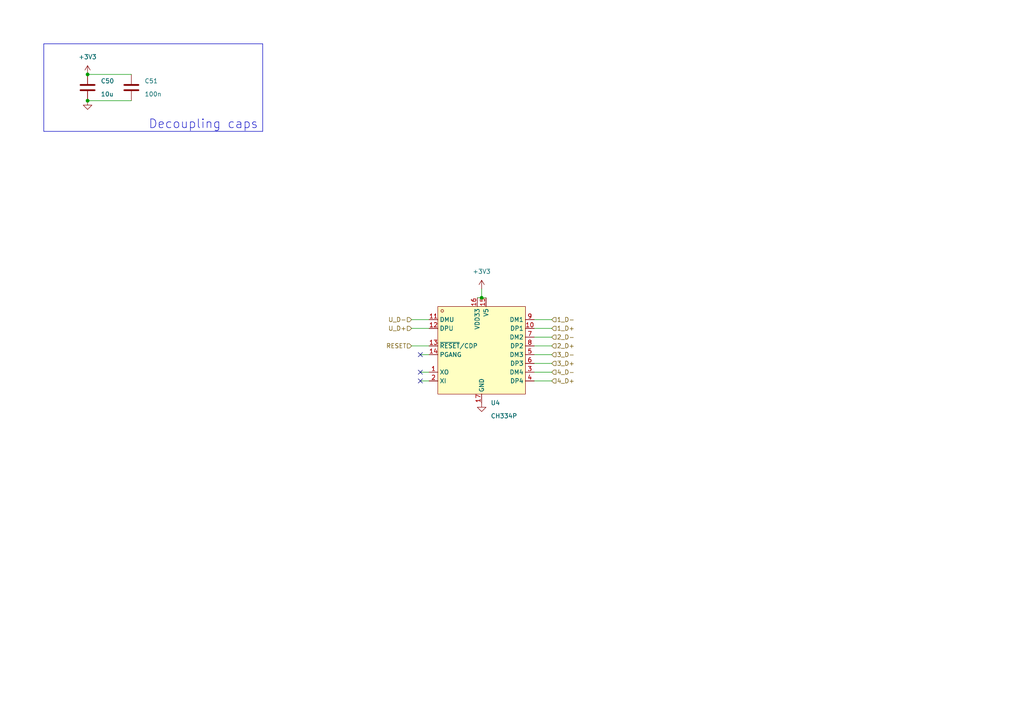
<source format=kicad_sch>
(kicad_sch (version 20250114) (generator "eeschema") (generator_version "9.0")
  (paper "A4")
  (lib_symbols
    (symbol "Device:C" (pin_numbers (hide yes)) (pin_names (offset 0.254))
      (property "Reference" "C" (at 0.635 2.54 0))
      (property "Value" "C" (at 0.635 -2.54 0))
      (symbol "C_0_1"
        (polyline (pts (xy -2.032 0.762) (xy 2.032 0.762)) (stroke (width 0.508)))
        (polyline (pts (xy -2.032 -0.762) (xy 2.032 -0.762)) (stroke (width 0.508)))
      )
      (symbol "C_1_1"
        (pin passive line (at 0 3.81 270) (length 2.794) (name "~") (number "1"))
        (pin passive line (at 0 -3.81 90) (length 2.794) (name "~") (number "2"))
      )
    )
    (symbol "easyeda2kicad:CH334P"
      (property "Reference" "U" (at -11.938 14.224 0))
      (property "Value" "CH334P" (at 9.144 13.97 0))
      (symbol "CH334P_0_1"
        (rectangle (start -12.7 12.7) (end 12.7 -12.7) (fill (type background)))
        (circle (center -11.43 11.43) (radius 0.38))
        (pin bidirectional line (at -15.24 8.89 0) (length 2.54) (name "DMU") (number "11"))
        (pin bidirectional line (at -15.24 6.35 0) (length 2.54) (name "DPU") (number "12"))
        (pin input line (at -15.24 1.27 0) (length 2.54) (name "~{RESET}/CDP") (number "13"))
        (pin input line (at -15.24 -1.27 0) (length 2.54) (name "PGANG") (number "14"))
        (pin output line (at -15.24 -6.35 0) (length 2.54) (name "XO") (number "1"))
        (pin input line (at -15.24 -8.89 0) (length 2.54) (name "XI") (number "2"))
        (pin power_in line (at -1.27 15.24 270) (length 2.54) (name "VDD33") (number "16"))
        (pin power_in line (at 0 -15.24 90) (length 2.54) (name "GND") (number "17"))
        (pin power_in line (at 1.27 15.24 270) (length 2.54) (name "V5") (number "15"))
        (pin bidirectional line (at 15.24 8.89 180) (length 2.54) (name "DM1") (number "9"))
        (pin bidirectional line (at 15.24 6.35 180) (length 2.54) (name "DP1") (number "10"))
        (pin bidirectional line (at 15.24 3.81 180) (length 2.54) (name "DM2") (number "7"))
        (pin bidirectional line (at 15.24 1.27 180) (length 2.54) (name "DP2") (number "8"))
        (pin bidirectional line (at 15.24 -1.27 180) (length 2.54) (name "DM3") (number "5"))
        (pin bidirectional line (at 15.24 -3.81 180) (length 2.54) (name "DP3") (number "6"))
        (pin bidirectional line (at 15.24 -6.35 180) (length 2.54) (name "DM4") (number "3"))
        (pin bidirectional line (at 15.24 -8.89 180) (length 2.54) (name "DP4") (number "4"))
      )
    )
    (symbol "power:+3V3" (power) (pin_numbers (hide yes)) (pin_names (offset 0) (hide yes))
      (property "Value" "+3V3" (at 0 3.556 0))
      (symbol "+3V3_0_1"
        (polyline (pts (xy -0.762 1.27) (xy 0 2.54)))
        (polyline (pts (xy 0 2.54) (xy 0.762 1.27)))
        (polyline (pts (xy 0 0) (xy 0 2.54)))
      )
      (symbol "+3V3_1_1"
        (pin power_in line (at 0 0 90) (length 0) (name "~") (number "1"))
      )
    )
    (symbol "power:GND" (power) (pin_numbers (hide yes)) (pin_names (offset 0) (hide yes))
      (property "Value" "GND" (at 0 -3.81 0))
      (symbol "GND_0_1"
        (polyline (pts (xy 0 0) (xy 0 -1.27) (xy 1.27 -1.27) (xy 0 -2.54) (xy -1.27 -1.27) (xy 0 -1.27)))
      )
      (symbol "GND_1_1"
        (pin power_in line (at 0 0 270) (length 0) (name "~") (number "1"))
      )
    )
  )
  (text "Decoupling caps" (at 74.93 37.592 0) (effects (font (size 2.54 2.54)) (justify right bottom)))
  (junction (at 25.4 29.21))
  (junction (at 25.4 21.59))
  (junction (at 139.7 86.36))
  (no_connect (at 121.92 107.95))
  (no_connect (at 121.92 102.87))
  (no_connect (at 121.92 110.49))
  (wire (pts (xy 25.4 21.59) (xy 38.1 21.59)))
  (wire (pts (xy 160.02 105.41) (xy 154.94 105.41)))
  (wire (pts (xy 138.43 86.36) (xy 139.7 86.36)))
  (polyline (pts (xy 12.7 12.7) (xy 76.2 12.7)))
  (wire (pts (xy 119.38 95.25) (xy 124.46 95.25)))
  (wire (pts (xy 160.02 107.95) (xy 154.94 107.95)))
  (wire (pts (xy 25.4 29.21) (xy 38.1 29.21)))
  (polyline (pts (xy 76.2 12.7) (xy 76.2 38.1)))
  (wire (pts (xy 139.7 83.82) (xy 139.7 86.36)))
  (wire (pts (xy 121.92 102.87) (xy 124.46 102.87)))
  (wire (pts (xy 160.02 100.33) (xy 154.94 100.33)))
  (wire (pts (xy 119.38 92.71) (xy 124.46 92.71)))
  (wire (pts (xy 160.02 92.71) (xy 154.94 92.71)))
  (polyline (pts (xy 12.7 38.1) (xy 76.2 38.1)))
  (wire (pts (xy 121.92 107.95) (xy 124.46 107.95)))
  (wire (pts (xy 160.02 102.87) (xy 154.94 102.87)))
  (wire (pts (xy 121.92 110.49) (xy 124.46 110.49)))
  (wire (pts (xy 160.02 97.79) (xy 154.94 97.79)))
  (wire (pts (xy 139.7 86.36) (xy 140.97 86.36)))
  (wire (pts (xy 160.02 95.25) (xy 154.94 95.25)))
  (polyline (pts (xy 12.7 12.7) (xy 12.7 38.1)))
  (wire (pts (xy 119.38 100.33) (xy 124.46 100.33)))
  (wire (pts (xy 160.02 110.49) (xy 154.94 110.49)))
  (hierarchical_label "4_D+" (shape input) (at 160.02 110.49 0))
  (hierarchical_label "4_D-" (shape input) (at 160.02 107.95 0))
  (hierarchical_label "2_D-" (shape input) (at 160.02 97.79 0))
  (hierarchical_label "3_D-" (shape input) (at 160.02 102.87 0))
  (hierarchical_label "2_D+" (shape input) (at 160.02 100.33 0))
  (hierarchical_label "U_D+" (shape input) (at 119.38 95.25 180))
  (hierarchical_label "U_D-" (shape input) (at 119.38 92.71 180))
  (hierarchical_label "3_D+" (shape input) (at 160.02 105.41 0))
  (hierarchical_label "1_D-" (shape input) (at 160.02 92.71 0))
  (hierarchical_label "RESET" (shape input) (at 119.38 100.33 180))
  (hierarchical_label "1_D+" (shape input) (at 160.02 95.25 0))
  (symbol (lib_id "easyeda2kicad:CH334P") (at 139.7 101.6 0) (unit 1)
    (property "Reference" "U4" (at 142.315 116.84 0) (effects (justify left)))
    (property "Value" "CH334P" (at 142.315 120.65 0) (effects (justify left)))
    (property "Footprint" "easyeda2kicad:QFN-16_L3.0-W3.0-P0.50-BL-EP1.7" (effects (hide yes)))
    (property "LCSC Part" "C5373042" (effects (hide yes)))
  )
  (symbol (lib_id "power:+3V3") (at 25.4 21.59 0) (unit 1)
    (property "Reference" "#PWR049" (effects (hide yes)))
    (property "Value" "+3V3" (at 25.4 16.51 0))
    (property "Description" "Power symbol creates a global label with name \"+3V3\"" (effects (hide yes)))
  )
  (symbol (lib_id "power:GND") (at 25.4 29.21 0) (unit 1)
    (property "Reference" "#PWR050" (effects (hide yes)))
    (property "Value" "GND" (effects (hide yes)))
    (property "Description" "Power symbol creates a global label with name \"GND\" , ground" (effects (hide yes)))
  )
  (symbol (lib_id "Device:C") (at 25.4 25.4 0) (unit 1)
    (property "Reference" "C50" (at 29.21 23.4949 0) (effects (justify left)))
    (property "Value" "10u" (at 29.21 27.3049 0) (effects (justify left)))
    (property "Footprint" "Capacitor_SMD:C_0603_1608Metric" (effects (hide yes)))
    (property "Description" "Unpolarized capacitor" (effects (hide yes)))
    (property "LCSC Part #" "C19702" (effects (hide yes)))
  )
  (symbol (lib_id "Device:C") (at 38.1 25.4 0) (unit 1)
    (property "Reference" "C51" (at 41.91 23.4949 0) (effects (justify left)))
    (property "Value" "100n" (at 41.91 27.3049 0) (effects (justify left)))
    (property "Footprint" "Capacitor_SMD:C_0402_1005Metric" (effects (hide yes)))
    (property "Description" "Unpolarized capacitor" (effects (hide yes)))
    (property "LCSC Part #" "C307331" (effects (hide yes)))
  )
  (symbol (lib_id "power:GND") (at 139.7 116.84 0) (unit 1)
    (property "Reference" "#PWR048" (effects (hide yes)))
    (property "Value" "GND" (effects (hide yes)))
    (property "Description" "Power symbol creates a global label with name \"GND\" , ground" (effects (hide yes)))
  )
  (symbol (lib_id "power:+3V3") (at 139.7 83.82 0) (unit 1)
    (property "Reference" "#PWR051" (effects (hide yes)))
    (property "Value" "+3V3" (at 139.7 78.74 0))
    (property "Description" "Power symbol creates a global label with name \"+3V3\"" (effects (hide yes)))
  )
)
</source>
